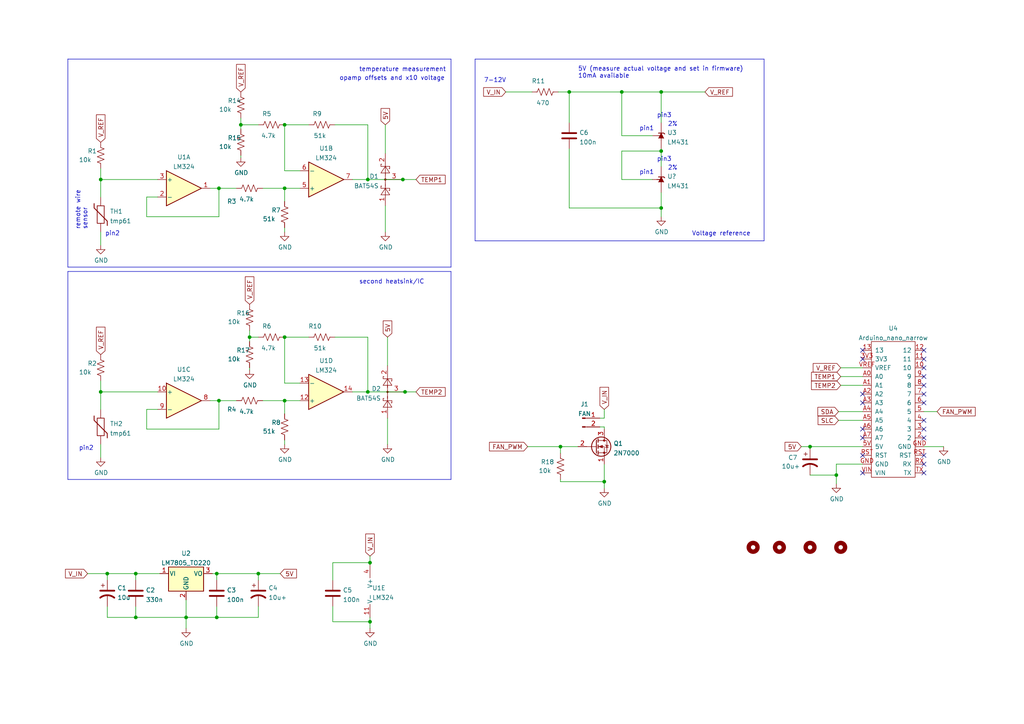
<source format=kicad_sch>
(kicad_sch (version 20230121) (generator eeschema)
  (paper "A4")
  (lib_symbols
    (symbol "!my-kicad-library:Arduino_nano_narrow" (pin_names (offset 1.016))
      (property "Reference" "U" (at -1.27 21.59 0))
      (property "Value" "Arduino_nano_narrow" (at 1.27 19.05 0))
      (symbol "Arduino_nano_narrow_0_1"
        (rectangle (start -6.35 17.78) (end 6.35 -21.59))
      )
      (symbol "Arduino_nano_narrow_1_1"
        (pin bidirectional line (at 8.89 10.16 180) (length 2.54) (name "10") (number "10"))
        (pin bidirectional line (at 8.89 12.7 180) (length 2.54) (name "11") (number "11"))
        (pin bidirectional line (at 8.89 15.24 180) (length 2.54) (name "12") (number "12"))
        (pin bidirectional line (at -8.89 15.24 0) (length 2.54) (name "13") (number "13"))
        (pin bidirectional line (at 8.89 -10.16 180) (length 2.54) (name "2") (number "2"))
        (pin bidirectional line (at 8.89 -7.62 180) (length 2.54) (name "3") (number "3"))
        (pin power_out line (at -8.89 12.7 0) (length 2.54) (name "3V3") (number "3V3"))
        (pin bidirectional line (at 8.89 -5.08 180) (length 2.54) (name "4") (number "4"))
        (pin bidirectional line (at 8.89 -2.54 180) (length 2.54) (name "5") (number "5"))
        (pin power_out line (at -8.89 -12.7 0) (length 2.54) (name "5V") (number "5V"))
        (pin bidirectional line (at 8.89 0 180) (length 2.54) (name "6") (number "6"))
        (pin bidirectional line (at 8.89 2.54 180) (length 2.54) (name "7") (number "7"))
        (pin bidirectional line (at 8.89 5.08 180) (length 2.54) (name "8") (number "8"))
        (pin bidirectional line (at 8.89 7.62 180) (length 2.54) (name "9") (number "9"))
        (pin input line (at -8.89 7.62 0) (length 2.54) (name "A0") (number "A0"))
        (pin input line (at -8.89 5.08 0) (length 2.54) (name "A1") (number "A1"))
        (pin input line (at -8.89 2.54 0) (length 2.54) (name "A2") (number "A2"))
        (pin input line (at -8.89 0 0) (length 2.54) (name "A3") (number "A3"))
        (pin input line (at -8.89 -2.54 0) (length 2.54) (name "A4") (number "A4"))
        (pin input line (at -8.89 -5.08 0) (length 2.54) (name "A5") (number "A5"))
        (pin input line (at -8.89 -7.62 0) (length 2.54) (name "A6") (number "A6"))
        (pin input line (at -8.89 -10.16 0) (length 2.54) (name "A7") (number "A7"))
        (pin power_in line (at -8.89 -17.78 0) (length 2.54) (name "GND") (number "GND"))
        (pin power_in line (at 8.89 -12.7 180) (length 2.54) (name "GND") (number "GND"))
        (pin bidirectional line (at -8.89 -15.24 0) (length 2.54) (name "RST") (number "RST"))
        (pin bidirectional line (at 8.89 -15.24 180) (length 2.54) (name "RST") (number "RST"))
        (pin bidirectional line (at 8.89 -17.78 180) (length 2.54) (name "RX") (number "RX"))
        (pin bidirectional line (at 8.89 -20.32 180) (length 2.54) (name "TX") (number "TX"))
        (pin input line (at -8.89 -20.32 0) (length 2.54) (name "VIN") (number "VIN"))
        (pin input line (at -8.89 10.16 0) (length 2.54) (name "VREF") (number "VREF"))
      )
    )
    (symbol "!my-kicad-library:LM431" (pin_numbers hide) (pin_names hide)
      (property "Reference" "U" (at 0 -2.54 0))
      (property "Value" "LM431" (at 0 -4.445 0))
      (symbol "LM431_0_1"
        (polyline (pts (xy -1.27 0) (xy 0 0) (xy 1.27 0)))
        (polyline (pts (xy -0.762 0.762) (xy 0.762 0) (xy -0.762 -0.762)) (fill (type outline)))
        (polyline (pts (xy 0.508 -1.016) (xy 0.762 -0.762) (xy 0.762 0.762) (xy 0.762 0.762)) (stroke (width 0.254)))
      )
      (symbol "LM431_1_1"
        (polyline (pts (xy 0 1.27) (xy 0 0)))
        (pin passive line (at 0 2.54 270) (length 2.54) (name "REF") (number "1"))
        (pin passive line (at -3.81 0 0) (length 2.54) (name "A") (number "2"))
        (pin passive line (at 3.81 0 180) (length 2.54) (name "K") (number "3"))
      )
    )
    (symbol "Amplifier_Operational:LM324" (pin_names (offset 0.127))
      (property "Reference" "U" (at 0 5.08 0))
      (property "Value" "LM324" (at 0 -5.08 0))
      (symbol "LM324_1_1"
        (polyline (pts (xy -5.08 5.08) (xy 5.08 0) (xy -5.08 -5.08) (xy -5.08 5.08)) (stroke (width 0.254)) (fill (type background)))
        (pin output line (at 7.62 0 180) (length 2.54) (name "~") (number "1"))
        (pin input line (at -7.62 -2.54 0) (length 2.54) (name "-") (number "2"))
        (pin input line (at -7.62 2.54 0) (length 2.54) (name "+") (number "3"))
      )
      (symbol "LM324_2_1"
        (polyline (pts (xy -5.08 5.08) (xy 5.08 0) (xy -5.08 -5.08) (xy -5.08 5.08)) (stroke (width 0.254)) (fill (type background)))
        (pin input line (at -7.62 2.54 0) (length 2.54) (name "+") (number "5"))
        (pin input line (at -7.62 -2.54 0) (length 2.54) (name "-") (number "6"))
        (pin output line (at 7.62 0 180) (length 2.54) (name "~") (number "7"))
      )
      (symbol "LM324_3_1"
        (polyline (pts (xy -5.08 5.08) (xy 5.08 0) (xy -5.08 -5.08) (xy -5.08 5.08)) (stroke (width 0.254)) (fill (type background)))
        (pin input line (at -7.62 2.54 0) (length 2.54) (name "+") (number "10"))
        (pin output line (at 7.62 0 180) (length 2.54) (name "~") (number "8"))
        (pin input line (at -7.62 -2.54 0) (length 2.54) (name "-") (number "9"))
      )
      (symbol "LM324_4_1"
        (polyline (pts (xy -5.08 5.08) (xy 5.08 0) (xy -5.08 -5.08) (xy -5.08 5.08)) (stroke (width 0.254)) (fill (type background)))
        (pin input line (at -7.62 2.54 0) (length 2.54) (name "+") (number "12"))
        (pin input line (at -7.62 -2.54 0) (length 2.54) (name "-") (number "13"))
        (pin output line (at 7.62 0 180) (length 2.54) (name "~") (number "14"))
      )
      (symbol "LM324_5_1"
        (pin power_in line (at -2.54 -7.62 90) (length 3.81) (name "V-") (number "11"))
        (pin power_in line (at -2.54 7.62 270) (length 3.81) (name "V+") (number "4"))
      )
    )
    (symbol "Connector:Conn_01x02_Male" (pin_names (offset 1.016) hide)
      (property "Reference" "J" (at 0 2.54 0))
      (property "Value" "Conn_01x02_Male" (at 0 -5.08 0))
      (symbol "Conn_01x02_Male_1_1"
        (polyline (pts (xy 1.27 -2.54) (xy 0.8636 -2.54)) (stroke (width 0.1524)))
        (polyline (pts (xy 1.27 0) (xy 0.8636 0)) (stroke (width 0.1524)))
        (rectangle (start 0.8636 -2.413) (end 0 -2.667) (stroke (width 0.1524)) (fill (type outline)))
        (rectangle (start 0.8636 0.127) (end 0 -0.127) (stroke (width 0.1524)) (fill (type outline)))
        (pin passive line (at 5.08 0 180) (length 3.81) (name "Pin_1") (number "1"))
        (pin passive line (at 5.08 -2.54 180) (length 3.81) (name "Pin_2") (number "2"))
      )
    )
    (symbol "Device:C" (pin_numbers hide) (pin_names (offset 0.254))
      (property "Reference" "C" (at 0.635 2.54 0))
      (property "Value" "C" (at 0.635 -2.54 0))
      (symbol "C_0_1"
        (polyline (pts (xy -2.032 -0.762) (xy 2.032 -0.762)) (stroke (width 0.508)))
        (polyline (pts (xy -2.032 0.762) (xy 2.032 0.762)) (stroke (width 0.508)))
      )
      (symbol "C_1_1"
        (pin passive line (at 0 3.81 270) (length 2.794) (name "~") (number "1"))
        (pin passive line (at 0 -3.81 90) (length 2.794) (name "~") (number "2"))
      )
    )
    (symbol "Device:C_Polarized_US" (pin_numbers hide) (pin_names (offset 0.254) hide)
      (property "Reference" "C" (at 0.635 2.54 0))
      (property "Value" "C_Polarized_US" (at 0.635 -2.54 0))
      (symbol "C_Polarized_US_0_1"
        (polyline (pts (xy -2.032 0.762) (xy 2.032 0.762)) (stroke (width 0.508)))
        (polyline (pts (xy -1.778 2.286) (xy -0.762 2.286)))
        (polyline (pts (xy -1.27 1.778) (xy -1.27 2.794)))
        (arc (start 2.032 -1.27) (mid 0 -0.5572) (end -2.032 -1.27) (stroke (width 0.508)))
      )
      (symbol "C_Polarized_US_1_1"
        (pin passive line (at 0 3.81 270) (length 2.794) (name "~") (number "1"))
        (pin passive line (at 0 -3.81 90) (length 3.302) (name "~") (number "2"))
      )
    )
    (symbol "Device:R_US" (pin_numbers hide) (pin_names (offset 0))
      (property "Reference" "R" (at 2.54 0 90))
      (property "Value" "R_US" (at -2.54 0 90))
      (symbol "R_US_0_1"
        (polyline (pts (xy 0 -2.286) (xy 0 -2.54)))
        (polyline (pts (xy 0 2.286) (xy 0 2.54)))
        (polyline (pts (xy 0 -0.762) (xy 1.016 -1.143) (xy 0 -1.524) (xy -1.016 -1.905) (xy 0 -2.286)))
        (polyline (pts (xy 0 0.762) (xy 1.016 0.381) (xy 0 0) (xy -1.016 -0.381) (xy 0 -0.762)))
        (polyline (pts (xy 0 2.286) (xy 1.016 1.905) (xy 0 1.524) (xy -1.016 1.143) (xy 0 0.762)))
      )
      (symbol "R_US_1_1"
        (pin passive line (at 0 3.81 270) (length 1.27) (name "~") (number "1"))
        (pin passive line (at 0 -3.81 90) (length 1.27) (name "~") (number "2"))
      )
    )
    (symbol "Device:Thermistor" (pin_numbers hide) (pin_names (offset 0))
      (property "Reference" "TH" (at 2.54 1.27 90))
      (property "Value" "Thermistor" (at -2.54 0 90))
      (symbol "Thermistor_0_1"
        (rectangle (start -1.016 2.54) (end 1.016 -2.54) (stroke (width 0.2032)))
        (polyline (pts (xy -1.905 3.175) (xy -1.905 1.905) (xy 1.905 -1.905) (xy 1.905 -3.175) (xy 1.905 -3.175)) (stroke (width 0.254)))
      )
      (symbol "Thermistor_1_1"
        (pin passive line (at 0 5.08 270) (length 2.54) (name "~") (number "1"))
        (pin passive line (at 0 -5.08 90) (length 2.54) (name "~") (number "2"))
      )
    )
    (symbol "Diode:BAT54S" (pin_names (offset 1.016))
      (property "Reference" "D" (at 0.635 -3.81 0))
      (property "Value" "BAT54S" (at -6.35 3.175 0))
      (symbol "BAT54S_0_1"
        (polyline (pts (xy -3.81 0) (xy -1.27 0)))
        (polyline (pts (xy -3.175 -1.27) (xy -3.175 -1.016)))
        (polyline (pts (xy -2.54 -1.27) (xy -3.175 -1.27)))
        (polyline (pts (xy -2.54 -1.27) (xy -2.54 1.27)))
        (polyline (pts (xy -2.54 1.27) (xy -1.905 1.27)))
        (polyline (pts (xy -1.905 0) (xy 1.905 0)))
        (polyline (pts (xy -1.905 1.27) (xy -1.905 1.016)))
        (polyline (pts (xy 1.27 0) (xy 3.81 0)))
        (polyline (pts (xy 3.175 -1.27) (xy 3.175 -1.016)))
        (polyline (pts (xy 3.81 -1.27) (xy 3.175 -1.27)))
        (polyline (pts (xy 3.81 -1.27) (xy 3.81 1.27)))
        (polyline (pts (xy 3.81 1.27) (xy 4.445 1.27)))
        (polyline (pts (xy 4.445 1.27) (xy 4.445 1.016)))
        (polyline (pts (xy -4.445 1.27) (xy -4.445 -1.27) (xy -2.54 0) (xy -4.445 1.27)))
        (polyline (pts (xy 1.905 1.27) (xy 1.905 -1.27) (xy 3.81 0) (xy 1.905 1.27)))
        (circle (center 0 0) (radius 0.254) (fill (type outline)))
      )
      (symbol "BAT54S_1_1"
        (pin passive line (at -7.62 0 0) (length 3.81) (name "~") (number "1"))
        (pin passive line (at 7.62 0 180) (length 3.81) (name "~") (number "2"))
        (pin passive line (at 0 -5.08 90) (length 5.08) (name "~") (number "3"))
      )
    )
    (symbol "Mechanical:MountingHole" (pin_names (offset 1.016))
      (property "Reference" "H" (at 0 5.08 0))
      (property "Value" "MountingHole" (at 0 3.175 0))
      (symbol "MountingHole_0_1"
        (circle (center 0 0) (radius 1.27) (stroke (width 1.27)))
      )
    )
    (symbol "Regulator_Linear:LM7805_TO220" (pin_names (offset 0.254))
      (property "Reference" "U" (at -3.81 3.175 0))
      (property "Value" "LM7805_TO220" (at 0 3.175 0))
      (symbol "LM7805_TO220_0_1"
        (rectangle (start -5.08 1.905) (end 5.08 -5.08) (stroke (width 0.254)) (fill (type background)))
      )
      (symbol "LM7805_TO220_1_1"
        (pin power_in line (at -7.62 0 0) (length 2.54) (name "VI") (number "1"))
        (pin power_in line (at 0 -7.62 90) (length 2.54) (name "GND") (number "2"))
        (pin power_out line (at 7.62 0 180) (length 2.54) (name "VO") (number "3"))
      )
    )
    (symbol "Transistor_FET:2N7000" (pin_names hide)
      (property "Reference" "Q" (at 5.08 1.905 0))
      (property "Value" "2N7000" (at 5.08 0 0))
      (symbol "2N7000_0_1"
        (polyline (pts (xy 0.254 0) (xy -2.54 0)))
        (polyline (pts (xy 0.254 1.905) (xy 0.254 -1.905)) (stroke (width 0.254)))
        (polyline (pts (xy 0.762 -1.27) (xy 0.762 -2.286)) (stroke (width 0.254)))
        (polyline (pts (xy 0.762 0.508) (xy 0.762 -0.508)) (stroke (width 0.254)))
        (polyline (pts (xy 0.762 2.286) (xy 0.762 1.27)) (stroke (width 0.254)))
        (polyline (pts (xy 2.54 2.54) (xy 2.54 1.778)))
        (polyline (pts (xy 2.54 -2.54) (xy 2.54 0) (xy 0.762 0)))
        (polyline (pts (xy 0.762 -1.778) (xy 3.302 -1.778) (xy 3.302 1.778) (xy 0.762 1.778)))
        (polyline (pts (xy 1.016 0) (xy 2.032 0.381) (xy 2.032 -0.381) (xy 1.016 0)) (fill (type outline)))
        (polyline (pts (xy 2.794 0.508) (xy 2.921 0.381) (xy 3.683 0.381) (xy 3.81 0.254)))
        (polyline (pts (xy 3.302 0.381) (xy 2.921 -0.254) (xy 3.683 -0.254) (xy 3.302 0.381)))
        (circle (center 1.651 0) (radius 2.794) (stroke (width 0.254)))
        (circle (center 2.54 -1.778) (radius 0.254) (fill (type outline)))
        (circle (center 2.54 1.778) (radius 0.254) (fill (type outline)))
      )
      (symbol "2N7000_1_1"
        (pin passive line (at 2.54 -5.08 90) (length 2.54) (name "S") (number "1"))
        (pin input line (at -5.08 0 0) (length 2.54) (name "G") (number "2"))
        (pin passive line (at 2.54 5.08 270) (length 2.54) (name "D") (number "3"))
      )
    )
    (symbol "power:GND" (power) (pin_names (offset 0))
      (property "Value" "GND" (at 0 -3.81 0))
      (symbol "GND_0_1"
        (polyline (pts (xy 0 0) (xy 0 -1.27) (xy 1.27 -1.27) (xy 0 -2.54) (xy -1.27 -1.27) (xy 0 -1.27)))
      )
      (symbol "GND_1_1"
        (pin power_in line (at 0 0 270) (length 0) hide (name "GND") (number "1"))
      )
    )
  )
  (junction (at 106.68 113.665))
  (junction (at 191.77 26.67))
  (junction (at 107.315 180.34))
  (junction (at 234.95 129.54))
  (junction (at 106.68 52.07))
  (junction (at 69.85 36.195))
  (junction (at 39.37 179.07))
  (junction (at 162.56 129.54))
  (junction (at 82.55 116.205))
  (junction (at 242.57 137.795))
  (junction (at 175.26 139.7))
  (junction (at 63.5 54.61))
  (junction (at 191.77 60.325))
  (junction (at 62.865 166.37))
  (junction (at 117.475 113.665))
  (junction (at 72.39 97.79))
  (junction (at 180.34 26.67))
  (junction (at 74.93 166.37))
  (junction (at 165.1 26.67))
  (junction (at 63.5 116.205))
  (junction (at 107.315 163.195))
  (junction (at 31.115 166.37))
  (junction (at 82.55 97.79))
  (junction (at 39.37 166.37))
  (junction (at 29.21 52.07))
  (junction (at 29.21 113.665))
  (junction (at 82.55 36.195))
  (junction (at 191.77 43.815))
  (junction (at 82.55 54.61))
  (junction (at 53.975 179.07))
  (junction (at 116.84 52.07))
  (junction (at 62.865 179.07))
  (no_connect (at 250.19 127))
  (no_connect (at 250.19 132.08))
  (no_connect (at 250.19 137.16))
  (no_connect (at 250.19 116.84))
  (no_connect (at 250.19 114.3))
  (no_connect (at 250.19 104.14))
  (no_connect (at 250.19 124.46))
  (no_connect (at 267.97 132.08))
  (no_connect (at 267.97 127))
  (no_connect (at 267.97 137.16))
  (no_connect (at 267.97 134.62))
  (no_connect (at 250.19 101.6))
  (no_connect (at 267.97 111.76))
  (no_connect (at 267.97 106.68))
  (no_connect (at 267.97 101.6))
  (no_connect (at 267.97 109.22))
  (no_connect (at 267.97 104.14))
  (no_connect (at 267.97 124.46))
  (no_connect (at 267.97 116.84))
  (no_connect (at 267.97 114.3))
  (no_connect (at 267.97 121.92))
  (wire (pts (xy 191.77 55.88) (xy 191.77 60.325)))
  (wire (pts (xy 107.315 161.29) (xy 107.315 163.195)))
  (wire (pts (xy 29.21 110.49) (xy 29.21 113.665)))
  (wire (pts (xy 62.865 166.37) (xy 74.93 166.37)))
  (wire (pts (xy 180.34 43.815) (xy 191.77 43.815)))
  (wire (pts (xy 112.395 121.285) (xy 112.395 128.905)))
  (polyline (pts (xy 130.81 17.145) (xy 19.685 17.145)))
  (wire (pts (xy 29.21 48.895) (xy 29.21 52.07)))
  (wire (pts (xy 29.21 67.31) (xy 29.21 71.12)))
  (wire (pts (xy 42.545 57.15) (xy 45.72 57.15)))
  (wire (pts (xy 191.77 60.325) (xy 191.77 62.865)))
  (wire (pts (xy 63.5 116.205) (xy 68.58 116.205)))
  (polyline (pts (xy 221.615 69.85) (xy 137.795 69.85)))
  (wire (pts (xy 180.34 26.67) (xy 180.34 39.37)))
  (wire (pts (xy 82.55 97.79) (xy 89.535 97.79)))
  (wire (pts (xy 69.85 36.195) (xy 74.93 36.195)))
  (wire (pts (xy 107.315 179.07) (xy 107.315 180.34)))
  (polyline (pts (xy 137.795 17.145) (xy 137.795 69.85)))
  (wire (pts (xy 234.95 129.54) (xy 234.95 130.175)))
  (wire (pts (xy 162.56 131.445) (xy 162.56 129.54)))
  (wire (pts (xy 31.115 175.895) (xy 31.115 179.07)))
  (wire (pts (xy 29.21 113.665) (xy 29.21 118.745)))
  (wire (pts (xy 82.55 36.195) (xy 89.535 36.195)))
  (wire (pts (xy 96.52 175.895) (xy 96.52 180.34)))
  (wire (pts (xy 63.5 124.46) (xy 42.545 124.46)))
  (wire (pts (xy 243.84 111.76) (xy 250.19 111.76)))
  (wire (pts (xy 146.685 26.67) (xy 154.305 26.67)))
  (wire (pts (xy 175.26 123.825) (xy 173.99 123.825)))
  (wire (pts (xy 107.315 163.195) (xy 96.52 163.195)))
  (wire (pts (xy 82.55 116.205) (xy 86.995 116.205)))
  (wire (pts (xy 86.995 49.53) (xy 82.55 49.53)))
  (wire (pts (xy 180.34 52.07) (xy 180.34 43.815)))
  (polyline (pts (xy 130.81 77.47) (xy 130.81 17.145)))
  (wire (pts (xy 82.55 54.61) (xy 82.55 58.42)))
  (polyline (pts (xy 19.685 17.145) (xy 19.685 77.47)))
  (wire (pts (xy 53.975 173.99) (xy 53.975 179.07)))
  (wire (pts (xy 25.4 166.37) (xy 31.115 166.37)))
  (wire (pts (xy 63.5 62.865) (xy 42.545 62.865)))
  (wire (pts (xy 82.55 127.635) (xy 82.55 128.905)))
  (wire (pts (xy 97.155 36.195) (xy 106.68 36.195)))
  (wire (pts (xy 76.2 116.205) (xy 82.55 116.205)))
  (wire (pts (xy 29.21 52.07) (xy 45.72 52.07)))
  (wire (pts (xy 102.235 113.665) (xy 106.68 113.665)))
  (wire (pts (xy 117.475 113.665) (xy 120.65 113.665)))
  (wire (pts (xy 234.95 129.54) (xy 250.19 129.54)))
  (wire (pts (xy 243.84 106.68) (xy 250.19 106.68)))
  (wire (pts (xy 69.85 45.085) (xy 69.85 45.72)))
  (wire (pts (xy 96.52 180.34) (xy 107.315 180.34)))
  (wire (pts (xy 72.39 97.79) (xy 72.39 99.06)))
  (wire (pts (xy 74.93 166.37) (xy 74.93 168.275)))
  (wire (pts (xy 165.1 26.67) (xy 180.34 26.67)))
  (wire (pts (xy 242.57 134.62) (xy 250.19 134.62)))
  (wire (pts (xy 243.84 109.22) (xy 250.19 109.22)))
  (wire (pts (xy 29.21 52.07) (xy 29.21 57.15)))
  (wire (pts (xy 175.26 139.7) (xy 162.56 139.7)))
  (wire (pts (xy 82.55 111.125) (xy 82.55 97.79)))
  (polyline (pts (xy 19.685 139.065) (xy 130.81 139.065)))
  (wire (pts (xy 69.85 36.195) (xy 69.85 37.465)))
  (wire (pts (xy 175.26 139.7) (xy 175.26 141.605)))
  (wire (pts (xy 39.37 166.37) (xy 46.355 166.37)))
  (polyline (pts (xy 19.685 77.47) (xy 130.81 77.47)))
  (wire (pts (xy 180.34 26.67) (xy 191.77 26.67)))
  (wire (pts (xy 106.68 113.665) (xy 117.475 113.665)))
  (wire (pts (xy 107.315 163.195) (xy 107.315 163.83)))
  (wire (pts (xy 31.115 166.37) (xy 39.37 166.37)))
  (wire (pts (xy 74.93 175.895) (xy 74.93 179.07)))
  (wire (pts (xy 63.5 116.205) (xy 63.5 124.46)))
  (wire (pts (xy 60.96 116.205) (xy 63.5 116.205)))
  (wire (pts (xy 63.5 54.61) (xy 63.5 62.865)))
  (wire (pts (xy 173.99 121.285) (xy 175.26 121.285)))
  (wire (pts (xy 162.56 129.54) (xy 167.64 129.54)))
  (wire (pts (xy 82.55 66.04) (xy 82.55 67.31)))
  (wire (pts (xy 62.865 175.895) (xy 62.865 179.07)))
  (wire (pts (xy 39.37 166.37) (xy 39.37 168.275)))
  (polyline (pts (xy 130.81 78.74) (xy 19.685 78.74)))
  (wire (pts (xy 243.205 119.38) (xy 250.19 119.38)))
  (wire (pts (xy 86.995 111.125) (xy 82.55 111.125)))
  (polyline (pts (xy 137.795 17.145) (xy 221.615 17.145)))
  (wire (pts (xy 175.26 124.46) (xy 175.26 123.825)))
  (wire (pts (xy 175.26 134.62) (xy 175.26 139.7)))
  (wire (pts (xy 106.68 52.07) (xy 116.84 52.07)))
  (wire (pts (xy 39.37 175.895) (xy 39.37 179.07)))
  (wire (pts (xy 175.26 118.745) (xy 175.26 121.285)))
  (wire (pts (xy 242.57 134.62) (xy 242.57 137.795)))
  (wire (pts (xy 162.56 139.7) (xy 162.56 139.065)))
  (wire (pts (xy 62.865 166.37) (xy 62.865 168.275)))
  (wire (pts (xy 106.68 113.665) (xy 106.68 97.79)))
  (wire (pts (xy 106.68 52.07) (xy 106.68 36.195)))
  (wire (pts (xy 74.93 166.37) (xy 81.28 166.37)))
  (wire (pts (xy 53.975 179.07) (xy 53.975 182.245)))
  (wire (pts (xy 232.41 129.54) (xy 234.95 129.54)))
  (wire (pts (xy 72.39 97.79) (xy 74.93 97.79)))
  (wire (pts (xy 191.77 43.815) (xy 191.77 48.26)))
  (wire (pts (xy 267.97 119.38) (xy 271.78 119.38)))
  (wire (pts (xy 111.76 36.195) (xy 111.76 44.45)))
  (wire (pts (xy 42.545 124.46) (xy 42.545 118.745)))
  (wire (pts (xy 42.545 62.865) (xy 42.545 57.15)))
  (wire (pts (xy 96.52 163.195) (xy 96.52 168.275)))
  (wire (pts (xy 29.21 113.665) (xy 45.72 113.665)))
  (wire (pts (xy 60.96 54.61) (xy 63.5 54.61)))
  (wire (pts (xy 153.035 129.54) (xy 162.56 129.54)))
  (wire (pts (xy 102.235 52.07) (xy 106.68 52.07)))
  (wire (pts (xy 116.84 52.07) (xy 120.65 52.07)))
  (polyline (pts (xy 19.685 17.145) (xy 19.685 17.145)))
  (wire (pts (xy 82.55 116.205) (xy 82.55 120.015)))
  (wire (pts (xy 72.39 106.68) (xy 72.39 107.315)))
  (polyline (pts (xy 130.81 139.065) (xy 130.81 78.74)))
  (wire (pts (xy 112.395 97.79) (xy 112.395 106.045)))
  (wire (pts (xy 111.76 59.69) (xy 111.76 67.31)))
  (wire (pts (xy 165.1 26.67) (xy 165.1 35.56)))
  (wire (pts (xy 82.55 49.53) (xy 82.55 36.195)))
  (polyline (pts (xy 221.615 17.145) (xy 221.615 69.85)))
  (wire (pts (xy 61.595 166.37) (xy 62.865 166.37)))
  (wire (pts (xy 29.21 128.905) (xy 29.21 132.715)))
  (wire (pts (xy 242.57 137.795) (xy 242.57 140.335)))
  (wire (pts (xy 97.155 97.79) (xy 106.68 97.79)))
  (wire (pts (xy 76.2 54.61) (xy 82.55 54.61)))
  (wire (pts (xy 82.55 54.61) (xy 86.995 54.61)))
  (wire (pts (xy 39.37 179.07) (xy 53.975 179.07)))
  (polyline (pts (xy 19.685 78.74) (xy 19.685 139.065)))
  (wire (pts (xy 31.115 166.37) (xy 31.115 168.275)))
  (wire (pts (xy 180.34 39.37) (xy 189.23 39.37)))
  (wire (pts (xy 69.85 34.29) (xy 69.85 36.195)))
  (wire (pts (xy 165.1 43.18) (xy 165.1 60.325)))
  (wire (pts (xy 234.95 137.795) (xy 242.57 137.795)))
  (wire (pts (xy 243.205 121.92) (xy 250.19 121.92)))
  (wire (pts (xy 72.39 95.885) (xy 72.39 97.79)))
  (wire (pts (xy 267.97 129.54) (xy 273.685 129.54)))
  (wire (pts (xy 189.23 52.07) (xy 180.34 52.07)))
  (wire (pts (xy 42.545 118.745) (xy 45.72 118.745)))
  (wire (pts (xy 53.975 179.07) (xy 62.865 179.07)))
  (wire (pts (xy 31.115 179.07) (xy 39.37 179.07)))
  (wire (pts (xy 107.315 180.34) (xy 107.315 182.245)))
  (wire (pts (xy 191.77 26.67) (xy 191.77 35.56)))
  (wire (pts (xy 191.77 26.67) (xy 204.47 26.67)))
  (wire (pts (xy 191.77 43.18) (xy 191.77 43.815)))
  (wire (pts (xy 62.865 179.07) (xy 74.93 179.07)))
  (wire (pts (xy 165.1 60.325) (xy 191.77 60.325)))
  (wire (pts (xy 63.5 54.61) (xy 68.58 54.61)))
  (wire (pts (xy 161.925 26.67) (xy 165.1 26.67)))
  (image (at 72.39 -16.51))
  (text "pin1\n" (at 185.42 50.8 0) (effects (font (size 1.27 1.27)) (justify left bottom)))
  (text "remote wire\nsensor\n" (at 25.4 66.675 90) (effects (font (size 1.27 1.27)) (justify left bottom)))
  (text "pin3\n" (at 190.5 34.29 0) (effects (font (size 1.27 1.27)) (justify left bottom)))
  (text "5V (measure actual voltage and set in firmware)\n10mA available" (at 167.64 22.86 0) (effects (font (size 1.27 1.27)) (justify left bottom)))
  (text "pin1\n" (at 185.42 38.1 0) (effects (font (size 1.27 1.27)) (justify left bottom)))
  (text "opamp offsets and x10 voltage" (at 98.425 23.495 0) (effects (font (size 1.27 1.27)) (justify left bottom)))
  (text "2%\n" (at 193.675 36.83 0) (effects (font (size 1.27 1.27)) (justify left bottom)))
  (text "2%\n" (at 193.675 49.53 0) (effects (font (size 1.27 1.27)) (justify left bottom)))
  (text "Voltage reference\n" (at 200.66 68.58 0) (effects (font (size 1.27 1.27)) (justify left bottom)))
  (text "second heatsink/IC" (at 104.14 82.55 0) (effects (font (size 1.27 1.27)) (justify left bottom)))
  (text "7-12V\n" (at 140.335 24.13 0) (effects (font (size 1.27 1.27)) (justify left bottom)))
  (text "pin2\n" (at 22.86 130.81 0) (effects (font (size 1.27 1.27)) (justify left bottom)))
  (text "pin3\n" (at 190.5 46.99 0) (effects (font (size 1.27 1.27)) (justify left bottom)))
  (text "temperature measurement" (at 104.14 20.955 0) (effects (font (size 1.27 1.27)) (justify left bottom)))
  (text "pin2\n" (at 30.48 68.58 0) (effects (font (size 1.27 1.27)) (justify left bottom)))
  (global_label "V_REF" (shape input) (at 69.85 26.67 90) (property "Intersheetrefs" "${INTERSHEET_REFS}" (effects hide)))
  (global_label "V_IN" (shape input) (at 175.26 118.745 90) (property "Intersheetrefs" "${INTERSHEET_REFS}" (effects hide)))
  (global_label "V_IN" (shape input) (at 107.315 161.29 90) (property "Intersheetrefs" "${INTERSHEET_REFS}" (effects hide)))
  (global_label "5V" (shape input) (at 232.41 129.54 180) (property "Intersheetrefs" "${INTERSHEET_REFS}" (effects hide)))
  (global_label "V_REF" (shape input) (at 29.21 41.275 90) (property "Intersheetrefs" "${INTERSHEET_REFS}" (effects hide)))
  (global_label "V_IN" (shape input) (at 146.685 26.67 180) (property "Intersheetrefs" "${INTERSHEET_REFS}" (effects hide)))
  (global_label "5V" (shape input) (at 111.76 36.195 90) (property "Intersheetrefs" "${INTERSHEET_REFS}" (effects hide)))
  (global_label "5V" (shape input) (at 81.28 166.37 0) (property "Intersheetrefs" "${INTERSHEET_REFS}" (effects hide)))
  (global_label "TEMP1" (shape input) (at 243.84 109.22 180) (property "Intersheetrefs" "${INTERSHEET_REFS}" (effects hide)))
  (global_label "SLC" (shape input) (at 243.205 121.92 180) (property "Intersheetrefs" "${INTERSHEET_REFS}" (effects hide)))
  (global_label "V_REF" (shape input) (at 72.39 88.265 90) (property "Intersheetrefs" "${INTERSHEET_REFS}" (effects hide)))
  (global_label "V_REF" (shape input) (at 243.84 106.68 180) (property "Intersheetrefs" "${INTERSHEET_REFS}" (effects hide)))
  (global_label "TEMP2" (shape input) (at 243.84 111.76 180) (property "Intersheetrefs" "${INTERSHEET_REFS}" (effects hide)))
  (global_label "TEMP2" (shape input) (at 120.65 113.665 0) (property "Intersheetrefs" "${INTERSHEET_REFS}" (effects hide)))
  (global_label "SDA" (shape input) (at 243.205 119.38 180) (property "Intersheetrefs" "${INTERSHEET_REFS}" (effects hide)))
  (global_label "V_IN" (shape input) (at 25.4 166.37 180) (property "Intersheetrefs" "${INTERSHEET_REFS}" (effects hide)))
  (global_label "V_REF" (shape input) (at 29.21 102.87 90) (property "Intersheetrefs" "${INTERSHEET_REFS}" (effects hide)))
  (global_label "FAN_PWM" (shape input) (at 271.78 119.38 0) (property "Intersheetrefs" "${INTERSHEET_REFS}" (effects hide)))
  (global_label "5V" (shape input) (at 112.395 97.79 90) (property "Intersheetrefs" "${INTERSHEET_REFS}" (effects hide)))
  (global_label "V_REF" (shape input) (at 204.47 26.67 0) (property "Intersheetrefs" "${INTERSHEET_REFS}" (effects hide)))
  (global_label "FAN_PWM" (shape input) (at 153.035 129.54 180) (property "Intersheetrefs" "${INTERSHEET_REFS}" (effects hide)))
  (global_label "TEMP1" (shape input) (at 120.65 52.07 0) (property "Intersheetrefs" "${INTERSHEET_REFS}" (effects hide)))
  (symbol (lib_id "Mechanical:MountingHole") (at 234.95 158.75 0) (unit 1)
    (property "Reference" "H3" (effects hide))
    (property "Value" "MountingHole" (effects hide))
    (property "Footprint" "MountingHole:MountingHole_3.2mm_M3" (effects hide))
  )
  (symbol (lib_id "power:GND") (at 69.85 45.72 0) (unit 1)
    (property "Reference" "#PWR08" (effects hide))
    (property "Value" "GND" (at 69.977 50.1142 0))
  )
  (symbol (lib_id "Amplifier_Operational:LM324") (at 53.34 116.205 0) (unit 3)
    (property "Reference" "U1" (at 53.34 107.1585 0))
    (property "Value" "LM324" (at 53.34 109.9336 0))
    (property "Datasheet" "http://www.ti.com/lit/ds/symlink/lm2902-n.pdf" (effects hide))
  )
  (symbol (lib_id "Amplifier_Operational:LM324") (at 53.34 54.61 0) (unit 1)
    (property "Reference" "U1" (at 53.34 45.5635 0))
    (property "Value" "LM324" (at 53.34 48.3386 0))
    (property "Datasheet" "http://www.ti.com/lit/ds/symlink/lm2902-n.pdf" (effects hide))
  )
  (symbol (lib_id "Connector:Conn_01x02_Male") (at 168.91 121.285 0) (unit 1)
    (property "Reference" "J1" (at 169.545 117.2423 0))
    (property "Value" "FAN" (at 169.545 120.0174 0))
  )
  (symbol (lib_id "power:GND") (at 175.26 141.605 0) (unit 1)
    (property "Reference" "#PWR013" (effects hide))
    (property "Value" "GND" (at 175.387 145.9992 0))
  )
  (symbol (lib_id "Amplifier_Operational:LM324") (at 109.855 171.45 0) (unit 5)
    (property "Reference" "U1" (at 107.95 170.5415 0) (effects (justify left)))
    (property "Value" "LM324" (at 107.95 173.3166 0) (effects (justify left)))
    (property "Datasheet" "http://www.ti.com/lit/ds/symlink/lm2902-n.pdf" (effects hide))
  )
  (symbol (lib_id "Device:R_US") (at 93.345 36.195 90) (unit 1)
    (property "Reference" "R9" (at 93.345 33.02 90) (effects (justify left)))
    (property "Value" "51k" (at 94.615 39.37 90) (effects (justify left)))
    (property "Footprint" "Resistor_SMD:R_1206_3216Metric_Pad1.30x1.75mm_HandSolder" (effects hide))
  )
  (symbol (lib_id "Device:C") (at 39.37 172.085 0) (unit 1)
    (property "Reference" "C2" (at 42.291 171.1765 0) (effects (justify left)))
    (property "Value" "330n" (at 42.291 173.9516 0) (effects (justify left)))
  )
  (symbol (lib_id "power:GND") (at 112.395 128.905 0) (unit 1)
    (property "Reference" "#PWR012" (effects hide))
    (property "Value" "GND" (at 112.522 133.2992 0))
  )
  (symbol (lib_id "Device:R_US") (at 162.56 135.255 0) (unit 1)
    (property "Reference" "R18" (at 156.845 133.985 0) (effects (justify left)))
    (property "Value" "10k" (at 156.21 136.525 0) (effects (justify left)))
    (property "Footprint" "Resistor_SMD:R_1206_3216Metric_Pad1.30x1.75mm_HandSolder" (effects hide))
  )
  (symbol (lib_id "Device:Thermistor") (at 29.21 62.23 0) (unit 1)
    (property "Reference" "TH1" (at 31.877 61.3215 0) (effects (justify left)))
    (property "Value" "tmp61" (at 31.877 64.0966 0) (effects (justify left)))
    (property "Footprint" "Connector_JST:JST_XH_B2B-XH-AM_1x02_P2.50mm_Vertical" (effects hide))
  )
  (symbol (lib_id "Device:R_US") (at 69.85 30.48 0) (unit 1)
    (property "Reference" "R14" (at 66.04 29.21 0) (effects (justify left)))
    (property "Value" "10k" (at 63.5 31.75 0) (effects (justify left)))
    (property "Footprint" "Resistor_SMD:R_1206_3216Metric_Pad1.30x1.75mm_HandSolder" (effects hide))
  )
  (symbol (lib_id "Device:R_US") (at 29.21 45.085 0) (unit 1)
    (property "Reference" "R1" (at 25.4 43.815 0) (effects (justify left)))
    (property "Value" "10k" (at 22.86 46.355 0) (effects (justify left)))
    (property "Footprint" "Resistor_SMD:R_1206_3216Metric_Pad1.30x1.75mm_HandSolder" (effects hide))
  )
  (symbol (lib_id "Transistor_FET:2N7000") (at 172.72 129.54 0) (unit 1)
    (property "Reference" "Q1" (at 177.927 128.6315 0) (effects (justify left)))
    (property "Value" "2N7000" (at 177.927 131.4066 0) (effects (justify left)))
    (property "Footprint" "Package_TO_SOT_THT:TO-92_Inline" (effects hide))
    (property "Datasheet" "https://www.onsemi.com/pub/Collateral/NDS7002A-D.PDF" (effects hide))
  )
  (symbol (lib_id "Device:R_US") (at 158.115 26.67 90) (unit 1)
    (property "Reference" "R11" (at 158.115 23.495 90) (effects (justify left)))
    (property "Value" "470" (at 159.385 29.845 90) (effects (justify left)))
    (property "Footprint" "Resistor_SMD:R_1206_3216Metric_Pad1.30x1.75mm_HandSolder" (effects hide))
  )
  (symbol (lib_id "Mechanical:MountingHole") (at 218.44 158.75 0) (unit 1)
    (property "Reference" "H1" (effects hide))
    (property "Value" "MountingHole" (effects hide))
    (property "Footprint" "MountingHole:MountingHole_3.2mm_M3" (effects hide))
  )
  (symbol (lib_id "power:GND") (at 82.55 128.905 0) (unit 1)
    (property "Reference" "#PWR06" (effects hide))
    (property "Value" "GND" (at 82.677 133.2992 0))
  )
  (symbol (lib_id "power:GND") (at 111.76 67.31 0) (unit 1)
    (property "Reference" "#PWR011" (effects hide))
    (property "Value" "GND" (at 111.887 71.7042 0))
  )
  (symbol (lib_id "Diode:BAT54S") (at 112.395 113.665 90) (unit 1)
    (property "Reference" "D2" (at 110.49 112.7565 90) (effects (justify left)))
    (property "Value" "BAT54S" (at 110.49 115.5316 90) (effects (justify left)))
    (property "Footprint" "Package_TO_SOT_SMD:SOT-23" (effects hide))
    (property "Datasheet" "https://www.diodes.com/assets/Datasheets/ds11005.pdf" (effects hide))
  )
  (symbol (lib_id "Device:C_Polarized_US") (at 31.115 172.085 0) (unit 1)
    (property "Reference" "C1" (at 34.036 170.5415 0) (effects (justify left)))
    (property "Value" "10u" (at 34.036 173.3166 0) (effects (justify left)))
  )
  (symbol (lib_id "Device:Thermistor") (at 29.21 123.825 0) (unit 1)
    (property "Reference" "TH2" (at 31.877 122.9165 0) (effects (justify left)))
    (property "Value" "tmp61" (at 31.877 125.6916 0) (effects (justify left)))
    (property "Footprint" "Connector_JST:JST_XH_B2B-XH-AM_1x02_P2.50mm_Vertical" (effects hide))
  )
  (symbol (lib_id "Mechanical:MountingHole") (at 243.84 158.75 0) (unit 1)
    (property "Reference" "H4" (effects hide))
    (property "Value" "MountingHole" (effects hide))
    (property "Footprint" "MountingHole:MountingHole_3.2mm_M3" (effects hide))
  )
  (symbol (lib_id "power:GND") (at 273.685 129.54 0) (unit 1)
    (property "Reference" "#PWR010" (effects hide))
    (property "Value" "GND" (at 273.812 133.9342 0))
  )
  (symbol (lib_id "Device:C") (at 96.52 172.085 0) (unit 1)
    (property "Reference" "C5" (at 99.441 171.1765 0) (effects (justify left)))
    (property "Value" "100n" (at 99.441 173.9516 0) (effects (justify left)))
  )
  (symbol (lib_id "power:GND") (at 191.77 62.865 0) (unit 1)
    (property "Reference" "#PWR07" (effects hide))
    (property "Value" "GND" (at 191.897 67.2592 0))
  )
  (symbol (lib_id "Device:C_Polarized_US") (at 234.95 133.985 0) (unit 1)
    (property "Reference" "C7" (at 228.6 132.715 0) (effects (justify left)))
    (property "Value" "10u+" (at 226.695 135.255 0) (effects (justify left)))
  )
  (symbol (lib_id "!my-kicad-library:LM431") (at 191.77 39.37 90) (unit 1)
    (property "Reference" "U3" (at 193.548 38.4615 90) (effects (justify right)))
    (property "Value" "LM431" (at 193.548 41.2366 90) (effects (justify right)))
    (property "Footprint" "Package_TO_SOT_THT:TO-92L_HandSolder" (effects hide))
    (property "Datasheet" "http://www.ti.com/lit/ds/symlink/lm431.pdf" (effects hide))
  )
  (symbol (lib_id "Device:R_US") (at 72.39 116.205 90) (unit 1)
    (property "Reference" "R4" (at 68.58 118.745 90) (effects (justify left)))
    (property "Value" "4.7k" (at 73.66 119.38 90) (effects (justify left)))
    (property "Footprint" "Resistor_SMD:R_1206_3216Metric_Pad1.30x1.75mm_HandSolder" (effects hide))
  )
  (symbol (lib_id "Device:C") (at 165.1 39.37 0) (unit 1)
    (property "Reference" "C6" (at 168.021 38.4615 0) (effects (justify left)))
    (property "Value" "100n" (at 168.021 41.2366 0) (effects (justify left)))
  )
  (symbol (lib_id "Mechanical:MountingHole") (at 226.06 158.75 0) (unit 1)
    (property "Reference" "H2" (effects hide))
    (property "Value" "MountingHole" (effects hide))
    (property "Footprint" "MountingHole:MountingHole_3.2mm_M3" (effects hide))
  )
  (symbol (lib_id "!my-kicad-library:Arduino_nano_narrow") (at 259.08 116.84 0) (unit 1)
    (property "Reference" "U4" (at 259.08 95.2205 0))
    (property "Value" "Arduino_nano_narrow" (at 259.08 97.9956 0))
    (property "Footprint" "!my-kicad-library:ARDUINO_NANO_NARROW" (effects hide))
  )
  (symbol (lib_id "Amplifier_Operational:LM324") (at 94.615 113.665 0) (mirror x) (unit 4)
    (property "Reference" "U1" (at 94.615 104.6185 0))
    (property "Value" "LM324" (at 94.615 107.3936 0))
    (property "Datasheet" "http://www.ti.com/lit/ds/symlink/lm2902-n.pdf" (effects hide))
  )
  (symbol (lib_id "Device:C_Polarized_US") (at 74.93 172.085 0) (unit 1)
    (property "Reference" "C4" (at 77.851 170.5415 0) (effects (justify left)))
    (property "Value" "10u+" (at 77.851 173.3166 0) (effects (justify left)))
  )
  (symbol (lib_id "Device:R_US") (at 29.21 106.68 0) (unit 1)
    (property "Reference" "R2" (at 25.4 105.41 0) (effects (justify left)))
    (property "Value" "10k" (at 22.86 107.95 0) (effects (justify left)))
    (property "Footprint" "Resistor_SMD:R_1206_3216Metric_Pad1.30x1.75mm_HandSolder" (effects hide))
  )
  (symbol (lib_id "Device:R_US") (at 82.55 123.825 0) (unit 1)
    (property "Reference" "R8" (at 78.74 122.555 0) (effects (justify left)))
    (property "Value" "51k" (at 76.2 125.095 0) (effects (justify left)))
    (property "Footprint" "Resistor_SMD:R_1206_3216Metric_Pad1.30x1.75mm_HandSolder" (effects hide))
  )
  (symbol (lib_id "power:GND") (at 29.21 132.715 0) (unit 1)
    (property "Reference" "#PWR02" (effects hide))
    (property "Value" "GND" (at 29.337 137.1092 0))
  )
  (symbol (lib_id "!my-kicad-library:LM431") (at 191.77 52.07 90) (unit 1)
    (property "Reference" "U?" (at 193.548 51.1615 90) (effects (justify right)))
    (property "Value" "LM431" (at 193.548 53.9366 90) (effects (justify right)))
    (property "Footprint" "Package_TO_SOT_THT:TO-92L_HandSolder" (effects hide))
    (property "Datasheet" "http://www.ti.com/lit/ds/symlink/lm431.pdf" (effects hide))
  )
  (symbol (lib_id "Diode:BAT54S") (at 111.76 52.07 90) (unit 1)
    (property "Reference" "D1" (at 109.855 51.1615 90) (effects (justify left)))
    (property "Value" "BAT54S" (at 109.855 53.9366 90) (effects (justify left)))
    (property "Footprint" "Package_TO_SOT_SMD:SOT-23" (effects hide))
    (property "Datasheet" "https://www.diodes.com/assets/Datasheets/ds11005.pdf" (effects hide))
  )
  (symbol (lib_id "power:GND") (at 82.55 67.31 0) (unit 1)
    (property "Reference" "#PWR05" (effects hide))
    (property "Value" "GND" (at 82.677 71.7042 0))
  )
  (symbol (lib_id "power:GND") (at 107.315 182.245 0) (unit 1)
    (property "Reference" "#PWR0104" (effects hide))
    (property "Value" "GND" (at 107.442 186.6392 0))
  )
  (symbol (lib_id "Device:R_US") (at 72.39 102.87 0) (unit 1)
    (property "Reference" "R17" (at 68.58 101.6 0) (effects (justify left)))
    (property "Value" "10k" (at 66.04 104.14 0) (effects (justify left)))
    (property "Footprint" "Resistor_SMD:R_1206_3216Metric_Pad1.30x1.75mm_HandSolder" (effects hide))
  )
  (symbol (lib_id "Device:R_US") (at 69.85 41.275 0) (unit 1)
    (property "Reference" "R15" (at 66.04 40.005 0) (effects (justify left)))
    (property "Value" "10k" (at 63.5 42.545 0) (effects (justify left)))
    (property "Footprint" "Resistor_SMD:R_1206_3216Metric_Pad1.30x1.75mm_HandSolder" (effects hide))
  )
  (symbol (lib_id "Amplifier_Operational:LM324") (at 94.615 52.07 0) (mirror x) (unit 2)
    (property "Reference" "U1" (at 94.615 43.0235 0))
    (property "Value" "LM324" (at 94.615 45.7986 0))
    (property "Datasheet" "http://www.ti.com/lit/ds/symlink/lm2902-n.pdf" (effects hide))
  )
  (symbol (lib_id "Regulator_Linear:LM7805_TO220") (at 53.975 166.37 0) (unit 1)
    (property "Reference" "U2" (at 53.975 160.4985 0))
    (property "Value" "LM7805_TO220" (at 53.975 163.2736 0))
    (property "Footprint" "Package_TO_SOT_THT:TO-220-3_Vertical" (effects hide))
    (property "Datasheet" "https://www.onsemi.cn/PowerSolutions/document/MC7800-D.PDF" (effects hide))
  )
  (symbol (lib_id "power:GND") (at 72.39 107.315 0) (unit 1)
    (property "Reference" "#PWR04" (effects hide))
    (property "Value" "GND" (at 72.517 111.7092 0))
  )
  (symbol (lib_id "Device:R_US") (at 78.74 36.195 90) (unit 1)
    (property "Reference" "R5" (at 78.74 33.02 90) (effects (justify left)))
    (property "Value" "4.7k" (at 80.01 39.37 90) (effects (justify left)))
    (property "Footprint" "Resistor_SMD:R_1206_3216Metric_Pad1.30x1.75mm_HandSolder" (effects hide))
  )
  (symbol (lib_id "Device:R_US") (at 72.39 54.61 90) (unit 1)
    (property "Reference" "R3" (at 68.58 58.42 90) (effects (justify left)))
    (property "Value" "4.7k" (at 73.66 57.785 90) (effects (justify left)))
    (property "Footprint" "Resistor_SMD:R_1206_3216Metric_Pad1.30x1.75mm_HandSolder" (effects hide))
  )
  (symbol (lib_id "Device:R_US") (at 72.39 92.075 0) (unit 1)
    (property "Reference" "R16" (at 68.58 90.805 0) (effects (justify left)))
    (property "Value" "10k" (at 66.04 93.345 0) (effects (justify left)))
    (property "Footprint" "Resistor_SMD:R_1206_3216Metric_Pad1.30x1.75mm_HandSolder" (effects hide))
  )
  (symbol (lib_id "power:GND") (at 53.975 182.245 0) (unit 1)
    (property "Reference" "#PWR03" (effects hide))
    (property "Value" "GND" (at 54.102 186.6392 0))
  )
  (symbol (lib_id "Device:R_US") (at 82.55 62.23 0) (unit 1)
    (property "Reference" "R7" (at 78.74 60.96 0) (effects (justify left)))
    (property "Value" "51k" (at 76.2 63.5 0) (effects (justify left)))
    (property "Footprint" "Resistor_SMD:R_1206_3216Metric_Pad1.30x1.75mm_HandSolder" (effects hide))
  )
  (symbol (lib_id "power:GND") (at 29.21 71.12 0) (unit 1)
    (property "Reference" "#PWR01" (effects hide))
    (property "Value" "GND" (at 29.337 75.5142 0))
  )
  (symbol (lib_id "Device:R_US") (at 93.345 97.79 90) (unit 1)
    (property "Reference" "R10" (at 93.345 94.615 90) (effects (justify left)))
    (property "Value" "51k" (at 94.615 100.965 90) (effects (justify left)))
    (property "Footprint" "Resistor_SMD:R_1206_3216Metric_Pad1.30x1.75mm_HandSolder" (effects hide))
  )
  (symbol (lib_id "Device:R_US") (at 78.74 97.79 90) (unit 1)
    (property "Reference" "R6" (at 78.74 94.615 90) (effects (justify left)))
    (property "Value" "4.7k" (at 80.01 100.965 90) (effects (justify left)))
    (property "Footprint" "Resistor_SMD:R_1206_3216Metric_Pad1.30x1.75mm_HandSolder" (effects hide))
  )
  (symbol (lib_id "Device:C") (at 62.865 172.085 0) (unit 1)
    (property "Reference" "C3" (at 65.786 171.1765 0) (effects (justify left)))
    (property "Value" "100n" (at 65.786 173.9516 0) (effects (justify left)))
  )
  (symbol (lib_id "power:GND") (at 242.57 140.335 0) (unit 1)
    (property "Reference" "#PWR09" (effects hide))
    (property "Value" "GND" (at 242.697 144.7292 0))
  )
)
</source>
